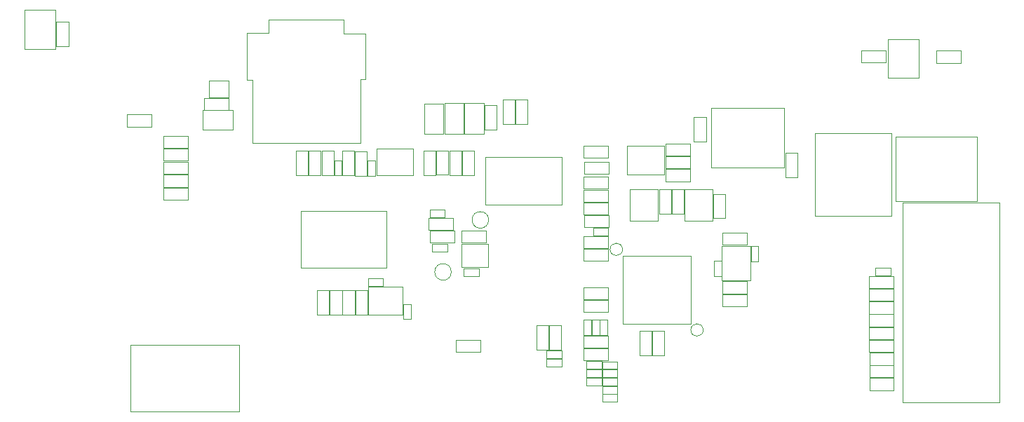
<source format=gbr>
G04 #@! TF.GenerationSoftware,KiCad,Pcbnew,8.0.0-rc1*
G04 #@! TF.CreationDate,2024-01-27T15:59:43+03:00*
G04 #@! TF.ProjectId,RP2040_minimal,52503230-3430-45f6-9d69-6e696d616c2e,REV1*
G04 #@! TF.SameCoordinates,Original*
G04 #@! TF.FileFunction,Other,User*
%FSLAX46Y46*%
G04 Gerber Fmt 4.6, Leading zero omitted, Abs format (unit mm)*
G04 Created by KiCad (PCBNEW 8.0.0-rc1) date 2024-01-27 15:59:43*
%MOMM*%
%LPD*%
G01*
G04 APERTURE LIST*
%ADD10C,0.050000*%
%ADD11C,0.100000*%
G04 APERTURE END LIST*
D10*
X182862500Y-102766000D02*
X185822500Y-102766000D01*
X182862500Y-104226000D02*
X182862500Y-102766000D01*
X185822500Y-102766000D02*
X185822500Y-104226000D01*
X185822500Y-104226000D02*
X182862500Y-104226000D01*
X177132500Y-122511000D02*
X178592500Y-122511000D01*
X177132500Y-125471000D02*
X177132500Y-122511000D01*
X178592500Y-122511000D02*
X178592500Y-125471000D01*
X178592500Y-125471000D02*
X177132500Y-125471000D01*
X174592500Y-95266000D02*
X176052500Y-95266000D01*
X174592500Y-98226000D02*
X174592500Y-95266000D01*
X176052500Y-95266000D02*
X176052500Y-98226000D01*
X176052500Y-98226000D02*
X174592500Y-98226000D01*
X191092500Y-123231000D02*
X192552500Y-123231000D01*
X191092500Y-126191000D02*
X191092500Y-123231000D01*
X192552500Y-123231000D02*
X192552500Y-126191000D01*
X192552500Y-126191000D02*
X191092500Y-126191000D01*
X217317500Y-125846000D02*
X220277500Y-125846000D01*
X217317500Y-127306000D02*
X217317500Y-125846000D01*
X220277500Y-125846000D02*
X220277500Y-127306000D01*
X220277500Y-127306000D02*
X217317500Y-127306000D01*
X185092500Y-127866000D02*
X186912500Y-127866000D01*
X185092500Y-128786000D02*
X185092500Y-127866000D01*
X186912500Y-127866000D02*
X186912500Y-128786000D01*
X186912500Y-128786000D02*
X185092500Y-128786000D01*
X192724000Y-102126000D02*
X195684000Y-102126000D01*
X192724000Y-103586000D02*
X192724000Y-102126000D01*
X195684000Y-102126000D02*
X195684000Y-103586000D01*
X195684000Y-103586000D02*
X192724000Y-103586000D01*
X149642500Y-101471000D02*
X151102500Y-101471000D01*
X149642500Y-104431000D02*
X149642500Y-101471000D01*
X151102500Y-101471000D02*
X151102500Y-104431000D01*
X151102500Y-104431000D02*
X149642500Y-104431000D01*
X132082500Y-101196000D02*
X135042500Y-101196000D01*
X132082500Y-102656000D02*
X132082500Y-101196000D01*
X135042500Y-101196000D02*
X135042500Y-102656000D01*
X135042500Y-102656000D02*
X132082500Y-102656000D01*
X164242500Y-108546000D02*
X166062500Y-108546000D01*
X164242500Y-109466000D02*
X164242500Y-108546000D01*
X166062500Y-108546000D02*
X166062500Y-109466000D01*
X166062500Y-109466000D02*
X164242500Y-109466000D01*
X192724000Y-103666000D02*
X195684000Y-103666000D01*
X192724000Y-105126000D02*
X192724000Y-103666000D01*
X195684000Y-103666000D02*
X195684000Y-105126000D01*
X195684000Y-105126000D02*
X192724000Y-105126000D01*
X182867500Y-109206000D02*
X185827500Y-109206000D01*
X182867500Y-110666000D02*
X182867500Y-109206000D01*
X185827500Y-109206000D02*
X185827500Y-110666000D01*
X185827500Y-110666000D02*
X182867500Y-110666000D01*
D11*
X221375109Y-107681000D02*
X233029109Y-107681000D01*
X221375109Y-131856000D02*
X221375109Y-107681000D01*
X233029109Y-107681000D02*
X233029109Y-131856000D01*
X233029109Y-131856000D02*
X221375109Y-131856000D01*
D10*
X132092500Y-104346000D02*
X135052500Y-104346000D01*
X132092500Y-105806000D02*
X132092500Y-104346000D01*
X135052500Y-104346000D02*
X135052500Y-105806000D01*
X135052500Y-105806000D02*
X132092500Y-105806000D01*
X185072500Y-128846000D02*
X186892500Y-128846000D01*
X185072500Y-129766000D02*
X185072500Y-128846000D01*
X186892500Y-128846000D02*
X186892500Y-129766000D01*
X186892500Y-129766000D02*
X185072500Y-129766000D01*
X199572500Y-117226000D02*
X202532500Y-117226000D01*
X199572500Y-118686000D02*
X199572500Y-117226000D01*
X202532500Y-117226000D02*
X202532500Y-118686000D01*
X202532500Y-118686000D02*
X199572500Y-118686000D01*
X187520000Y-113352500D02*
G75*
G02*
X186020000Y-113352500I-750000J0D01*
G01*
X186020000Y-113352500D02*
G75*
G02*
X187520000Y-113352500I750000J0D01*
G01*
X132087500Y-102806000D02*
X135047500Y-102806000D01*
X132087500Y-104266000D02*
X132087500Y-102806000D01*
X135047500Y-102806000D02*
X135047500Y-104266000D01*
X135047500Y-104266000D02*
X132087500Y-104266000D01*
X217282500Y-118136000D02*
X220242500Y-118136000D01*
X217282500Y-119596000D02*
X217282500Y-118136000D01*
X220242500Y-118136000D02*
X220242500Y-119596000D01*
X220242500Y-119596000D02*
X217282500Y-119596000D01*
X207162500Y-101716000D02*
X208622500Y-101716000D01*
X207162500Y-104676000D02*
X207162500Y-101716000D01*
X208622500Y-101716000D02*
X208622500Y-104676000D01*
X208622500Y-104676000D02*
X207162500Y-104676000D01*
X148652500Y-108706000D02*
X148652500Y-115606000D01*
X148652500Y-108706000D02*
X159052500Y-108706000D01*
X148652500Y-115606000D02*
X159052500Y-115606000D01*
X159052500Y-108706000D02*
X159052500Y-115606000D01*
X216372500Y-89351000D02*
X219332500Y-89351000D01*
X216372500Y-90811000D02*
X216372500Y-89351000D01*
X219332500Y-89351000D02*
X219332500Y-90811000D01*
X219332500Y-90811000D02*
X216372500Y-90811000D01*
X166012500Y-95711000D02*
X168312500Y-95711000D01*
X166012500Y-99411000D02*
X166012500Y-95711000D01*
X168312500Y-95711000D02*
X168312500Y-99411000D01*
X168312500Y-99411000D02*
X166012500Y-99411000D01*
X189567500Y-123231000D02*
X191027500Y-123231000D01*
X189567500Y-126191000D02*
X189567500Y-123231000D01*
X191027500Y-123231000D02*
X191027500Y-126191000D01*
X191027500Y-126191000D02*
X189567500Y-126191000D01*
X182847500Y-117946000D02*
X185807500Y-117946000D01*
X182847500Y-119406000D02*
X182847500Y-117946000D01*
X185807500Y-117946000D02*
X185807500Y-119406000D01*
X185807500Y-119406000D02*
X182847500Y-119406000D01*
X220522500Y-99706000D02*
X230322500Y-99706000D01*
X220522500Y-107506000D02*
X220522500Y-99706000D01*
X230322500Y-99706000D02*
X230322500Y-107506000D01*
X230322500Y-107506000D02*
X220522500Y-107506000D01*
D11*
X157812500Y-101171000D02*
X162212500Y-101171000D01*
X157812500Y-104421000D02*
X157812500Y-101171000D01*
X162212500Y-101171000D02*
X162212500Y-104421000D01*
X162212500Y-104421000D02*
X157812500Y-104421000D01*
D10*
X187520000Y-114102500D02*
X187520000Y-122342500D01*
X187520000Y-122342500D02*
X195760000Y-122342500D01*
X195760000Y-114102500D02*
X187520000Y-114102500D01*
X195760000Y-122342500D02*
X195760000Y-114102500D01*
X217317500Y-128906000D02*
X220277500Y-128906000D01*
X217317500Y-130366000D02*
X217317500Y-128906000D01*
X220277500Y-128906000D02*
X220277500Y-130366000D01*
X220277500Y-130366000D02*
X217317500Y-130366000D01*
X193482500Y-106086000D02*
X194942500Y-106086000D01*
X193482500Y-109046000D02*
X193482500Y-106086000D01*
X194942500Y-106086000D02*
X194942500Y-109046000D01*
X194942500Y-109046000D02*
X193482500Y-109046000D01*
X152192500Y-118306000D02*
X153652500Y-118306000D01*
X152192500Y-121266000D02*
X152192500Y-118306000D01*
X153652500Y-118306000D02*
X153652500Y-121266000D01*
X153652500Y-121266000D02*
X152192500Y-121266000D01*
X217242500Y-116576000D02*
X220202500Y-116576000D01*
X217242500Y-118036000D02*
X217242500Y-116576000D01*
X220202500Y-116576000D02*
X220202500Y-118036000D01*
X220202500Y-118036000D02*
X217242500Y-118036000D01*
X217302500Y-124286000D02*
X220262500Y-124286000D01*
X217302500Y-125746000D02*
X217302500Y-124286000D01*
X220262500Y-124286000D02*
X220262500Y-125746000D01*
X220262500Y-125746000D02*
X217302500Y-125746000D01*
X183176500Y-127888500D02*
X184996500Y-127888500D01*
X183176500Y-128808500D02*
X183176500Y-127888500D01*
X184996500Y-127888500D02*
X184996500Y-128808500D01*
X184996500Y-128808500D02*
X183176500Y-128808500D01*
X164242500Y-111106000D02*
X167202500Y-111106000D01*
X164242500Y-112566000D02*
X164242500Y-111106000D01*
X167202500Y-111106000D02*
X167202500Y-112566000D01*
X167202500Y-112566000D02*
X164242500Y-112566000D01*
X203012500Y-112956000D02*
X203932500Y-112956000D01*
X203012500Y-114776000D02*
X203012500Y-112956000D01*
X203932500Y-112956000D02*
X203932500Y-114776000D01*
X203932500Y-114776000D02*
X203012500Y-114776000D01*
X183987500Y-110756000D02*
X185807500Y-110756000D01*
X183987500Y-111676000D02*
X183987500Y-110756000D01*
X185807500Y-110756000D02*
X185807500Y-111676000D01*
X185807500Y-111676000D02*
X183987500Y-111676000D01*
X166852500Y-116076000D02*
G75*
G02*
X164852500Y-116076000I-1000000J0D01*
G01*
X164852500Y-116076000D02*
G75*
G02*
X166852500Y-116076000I1000000J0D01*
G01*
X137567500Y-92986000D02*
X140007500Y-92986000D01*
X137567500Y-94986000D02*
X137567500Y-92986000D01*
X140007500Y-92986000D02*
X140007500Y-94986000D01*
X140007500Y-94986000D02*
X137567500Y-94986000D01*
X156772500Y-102636000D02*
X157692500Y-102636000D01*
X156772500Y-104456000D02*
X156772500Y-102636000D01*
X157692500Y-102636000D02*
X157692500Y-104456000D01*
X157692500Y-104456000D02*
X156772500Y-104456000D01*
X217317500Y-127366000D02*
X220277500Y-127366000D01*
X217317500Y-128826000D02*
X217317500Y-127366000D01*
X220277500Y-127366000D02*
X220277500Y-128826000D01*
X220277500Y-128826000D02*
X217317500Y-128826000D01*
X156802500Y-117856000D02*
X156802500Y-121256000D01*
X156802500Y-121256000D02*
X161002500Y-121256000D01*
X161002500Y-117856000D02*
X156802500Y-117856000D01*
X161002500Y-121256000D02*
X161002500Y-117856000D01*
X156782500Y-116836000D02*
X158602500Y-116836000D01*
X156782500Y-117756000D02*
X156782500Y-116836000D01*
X158602500Y-116836000D02*
X158602500Y-117756000D01*
X158602500Y-117756000D02*
X156782500Y-117756000D01*
X166602500Y-101406000D02*
X168062500Y-101406000D01*
X166602500Y-104366000D02*
X166602500Y-101406000D01*
X168062500Y-101406000D02*
X168062500Y-104366000D01*
X168062500Y-104366000D02*
X166602500Y-104366000D01*
X188412500Y-106086000D02*
X188412500Y-109926000D01*
X188412500Y-109926000D02*
X191812500Y-109926000D01*
X191812500Y-106086000D02*
X188412500Y-106086000D01*
X191812500Y-109926000D02*
X191812500Y-106086000D01*
X165042500Y-101396000D02*
X166502500Y-101396000D01*
X165042500Y-104356000D02*
X165042500Y-101396000D01*
X166502500Y-101396000D02*
X166502500Y-104356000D01*
X166502500Y-104356000D02*
X165042500Y-104356000D01*
D11*
X210722500Y-99296000D02*
X220022500Y-99296000D01*
X210722500Y-109296000D02*
X210722500Y-99296000D01*
X220022500Y-99296000D02*
X220022500Y-109296000D01*
X220022500Y-109296000D02*
X210722500Y-109296000D01*
D10*
X168452500Y-95701000D02*
X170752500Y-95701000D01*
X168452500Y-99401000D02*
X168452500Y-95701000D01*
X170752500Y-95701000D02*
X170752500Y-99401000D01*
X170752500Y-99401000D02*
X168452500Y-99401000D01*
X151192500Y-101466000D02*
X152652500Y-101466000D01*
X151192500Y-104426000D02*
X151192500Y-101466000D01*
X152652500Y-101466000D02*
X152652500Y-104426000D01*
X152652500Y-104426000D02*
X151192500Y-104426000D01*
X155212500Y-101496000D02*
X156672500Y-101496000D01*
X155212500Y-104456000D02*
X155212500Y-101496000D01*
X156672500Y-101496000D02*
X156672500Y-104456000D01*
X156672500Y-104456000D02*
X155212500Y-104456000D01*
X199532500Y-112936000D02*
X199532500Y-117136000D01*
X199532500Y-117136000D02*
X202932500Y-117136000D01*
X202932500Y-112936000D02*
X199532500Y-112936000D01*
X202932500Y-117136000D02*
X202932500Y-112936000D01*
X183162500Y-126876000D02*
X184982500Y-126876000D01*
X183162500Y-127796000D02*
X183162500Y-126876000D01*
X184982500Y-126876000D02*
X184982500Y-127796000D01*
X184982500Y-127796000D02*
X183162500Y-127796000D01*
X153722500Y-118291000D02*
X155182500Y-118291000D01*
X153722500Y-121251000D02*
X153722500Y-118291000D01*
X155182500Y-118291000D02*
X155182500Y-121251000D01*
X155182500Y-121251000D02*
X153722500Y-121251000D01*
X182830000Y-121880000D02*
X183750000Y-121880000D01*
X182830000Y-123700000D02*
X182830000Y-121880000D01*
X183750000Y-121880000D02*
X183750000Y-123700000D01*
X183750000Y-123700000D02*
X182830000Y-123700000D01*
X188061500Y-100841000D02*
X192551500Y-100841000D01*
X192551500Y-104331000D01*
X188061500Y-104331000D01*
X188061500Y-100841000D01*
X178312500Y-125536000D02*
X180172500Y-125536000D01*
X178312500Y-126476000D02*
X178312500Y-125536000D01*
X180172500Y-125536000D02*
X180172500Y-126476000D01*
X180172500Y-126476000D02*
X178312500Y-126476000D01*
X163512500Y-101426000D02*
X164972500Y-101426000D01*
X163512500Y-104386000D02*
X163512500Y-101426000D01*
X164972500Y-101426000D02*
X164972500Y-104386000D01*
X164972500Y-104386000D02*
X163512500Y-104386000D01*
X168072500Y-112726000D02*
X168072500Y-115526000D01*
X168072500Y-112726000D02*
X171272500Y-112726000D01*
X168072500Y-115526000D02*
X171272500Y-115526000D01*
X171272500Y-115526000D02*
X171272500Y-112726000D01*
X183192500Y-128866000D02*
X185012500Y-128866000D01*
X183192500Y-129786000D02*
X183192500Y-128866000D01*
X185012500Y-128866000D02*
X185012500Y-129786000D01*
X185012500Y-129786000D02*
X183192500Y-129786000D01*
X198542500Y-114746000D02*
X199462500Y-114746000D01*
X198542500Y-116566000D02*
X198542500Y-114746000D01*
X199462500Y-114746000D02*
X199462500Y-116566000D01*
X199462500Y-116566000D02*
X198542500Y-116566000D01*
X182820000Y-123770000D02*
X185780000Y-123770000D01*
X182820000Y-125230000D02*
X182820000Y-123770000D01*
X185780000Y-123770000D02*
X185780000Y-125230000D01*
X185780000Y-125230000D02*
X182820000Y-125230000D01*
X185092500Y-126886000D02*
X186912500Y-126886000D01*
X185092500Y-127806000D02*
X185092500Y-126886000D01*
X186912500Y-126886000D02*
X186912500Y-127806000D01*
X186912500Y-127806000D02*
X185092500Y-127806000D01*
X217292500Y-119666000D02*
X220252500Y-119666000D01*
X217292500Y-121126000D02*
X217292500Y-119666000D01*
X220252500Y-119666000D02*
X220252500Y-121126000D01*
X220252500Y-121126000D02*
X217292500Y-121126000D01*
X148082500Y-101476000D02*
X149542500Y-101476000D01*
X148082500Y-104436000D02*
X148082500Y-101476000D01*
X149542500Y-101476000D02*
X149542500Y-104436000D01*
X149542500Y-104436000D02*
X148082500Y-104436000D01*
X152722500Y-102596000D02*
X153642500Y-102596000D01*
X152722500Y-104416000D02*
X152722500Y-102596000D01*
X153642500Y-102596000D02*
X153642500Y-104416000D01*
X153642500Y-104416000D02*
X152722500Y-104416000D01*
X182857500Y-111736000D02*
X185817500Y-111736000D01*
X182857500Y-113196000D02*
X182857500Y-111736000D01*
X185817500Y-111736000D02*
X185817500Y-113196000D01*
X185817500Y-113196000D02*
X182857500Y-113196000D01*
X217297500Y-121206000D02*
X220257500Y-121206000D01*
X217297500Y-122666000D02*
X217297500Y-121206000D01*
X220257500Y-121206000D02*
X220257500Y-122666000D01*
X220257500Y-122666000D02*
X217297500Y-122666000D01*
X182857500Y-107676000D02*
X185817500Y-107676000D01*
X182857500Y-109136000D02*
X182857500Y-107676000D01*
X185817500Y-107676000D02*
X185817500Y-109136000D01*
X185817500Y-109136000D02*
X182857500Y-109136000D01*
X182800000Y-125290000D02*
X185760000Y-125290000D01*
X182800000Y-126750000D02*
X182800000Y-125290000D01*
X185760000Y-125290000D02*
X185760000Y-126750000D01*
X185760000Y-126750000D02*
X182800000Y-126750000D01*
X150652500Y-118321000D02*
X152112500Y-118321000D01*
X150652500Y-121281000D02*
X150652500Y-118321000D01*
X152112500Y-118321000D02*
X152112500Y-121281000D01*
X152112500Y-121281000D02*
X150652500Y-121281000D01*
X182847500Y-104566000D02*
X185807500Y-104566000D01*
X182847500Y-106026000D02*
X182847500Y-104566000D01*
X185807500Y-104566000D02*
X185807500Y-106026000D01*
X185807500Y-106026000D02*
X182847500Y-106026000D01*
X127672500Y-97076000D02*
X130632500Y-97076000D01*
X127672500Y-98536000D02*
X127672500Y-97076000D01*
X130632500Y-97076000D02*
X130632500Y-98536000D01*
X130632500Y-98536000D02*
X127672500Y-98536000D01*
X168162500Y-101406000D02*
X169622500Y-101406000D01*
X168162500Y-104366000D02*
X168162500Y-101406000D01*
X169622500Y-101406000D02*
X169622500Y-104366000D01*
X169622500Y-104366000D02*
X168162500Y-104366000D01*
X191922500Y-106086000D02*
X193382500Y-106086000D01*
X191922500Y-109046000D02*
X191922500Y-106086000D01*
X193382500Y-106086000D02*
X193382500Y-109046000D01*
X193382500Y-109046000D02*
X191922500Y-109046000D01*
X173062500Y-95266000D02*
X174522500Y-95266000D01*
X173062500Y-98226000D02*
X173062500Y-95266000D01*
X174522500Y-95266000D02*
X174522500Y-98226000D01*
X174522500Y-98226000D02*
X173062500Y-98226000D01*
X119182500Y-85846000D02*
X120642500Y-85846000D01*
X119182500Y-88806000D02*
X119182500Y-85846000D01*
X120642500Y-85846000D02*
X120642500Y-88806000D01*
X120642500Y-88806000D02*
X119182500Y-88806000D01*
X168312500Y-115626000D02*
X170172500Y-115626000D01*
X168312500Y-116566000D02*
X168312500Y-115626000D01*
X170172500Y-115626000D02*
X170172500Y-116566000D01*
X170172500Y-116566000D02*
X168312500Y-116566000D01*
X217312500Y-122746000D02*
X220272500Y-122746000D01*
X217312500Y-124206000D02*
X217312500Y-122746000D01*
X220272500Y-122746000D02*
X220272500Y-124206000D01*
X220272500Y-124206000D02*
X217312500Y-124206000D01*
X198472500Y-106646000D02*
X199932500Y-106646000D01*
X198472500Y-109606000D02*
X198472500Y-106646000D01*
X199932500Y-106646000D02*
X199932500Y-109606000D01*
X199932500Y-109606000D02*
X198472500Y-109606000D01*
X195002500Y-106088500D02*
X195002500Y-109928500D01*
X195002500Y-109928500D02*
X198402500Y-109928500D01*
X198402500Y-106088500D02*
X195002500Y-106088500D01*
X198402500Y-109928500D02*
X198402500Y-106088500D01*
X178292500Y-126546000D02*
X180152500Y-126546000D01*
X178292500Y-127486000D02*
X178292500Y-126546000D01*
X180152500Y-126546000D02*
X180152500Y-127486000D01*
X180152500Y-127486000D02*
X178292500Y-127486000D01*
X184800000Y-121870000D02*
X185720000Y-121870000D01*
X184800000Y-123690000D02*
X184800000Y-121870000D01*
X185720000Y-121870000D02*
X185720000Y-123690000D01*
X185720000Y-123690000D02*
X184800000Y-123690000D01*
X115342500Y-89121000D02*
X119102500Y-89121000D01*
X119102500Y-84426000D01*
X115342500Y-84426000D01*
X115342500Y-89121000D01*
X199552500Y-118756000D02*
X202512500Y-118756000D01*
X199552500Y-120216000D02*
X199552500Y-118756000D01*
X202512500Y-118756000D02*
X202512500Y-120216000D01*
X202512500Y-120216000D02*
X199552500Y-120216000D01*
X132092500Y-99626000D02*
X135052500Y-99626000D01*
X132092500Y-101086000D02*
X132092500Y-99626000D01*
X135052500Y-99626000D02*
X135052500Y-101086000D01*
X135052500Y-101086000D02*
X132092500Y-101086000D01*
X198242500Y-96286000D02*
X198242500Y-103486000D01*
X198242500Y-103486000D02*
X207042500Y-103486000D01*
X207042500Y-96286000D02*
X198242500Y-96286000D01*
X207042500Y-103486000D02*
X207042500Y-96286000D01*
X128102500Y-124876000D02*
X128102500Y-132964000D01*
X128102500Y-132964000D02*
X141262500Y-132964000D01*
X141262500Y-124876000D02*
X128102500Y-124876000D01*
X141262500Y-132964000D02*
X141262500Y-124876000D01*
X218062500Y-115576000D02*
X219922500Y-115576000D01*
X218062500Y-116516000D02*
X218062500Y-115576000D01*
X219922500Y-115576000D02*
X219922500Y-116516000D01*
X219922500Y-116516000D02*
X218062500Y-116516000D01*
X136802500Y-96566000D02*
X140502500Y-96566000D01*
X136802500Y-98866000D02*
X136802500Y-96566000D01*
X140502500Y-96566000D02*
X140502500Y-98866000D01*
X140502500Y-98866000D02*
X136802500Y-98866000D01*
X182857500Y-113286000D02*
X185817500Y-113286000D01*
X182857500Y-114746000D02*
X182857500Y-113286000D01*
X185817500Y-113286000D02*
X185817500Y-114746000D01*
X185817500Y-114746000D02*
X182857500Y-114746000D01*
X164142500Y-109536000D02*
X167102500Y-109536000D01*
X164142500Y-110996000D02*
X164142500Y-109536000D01*
X167102500Y-109536000D02*
X167102500Y-110996000D01*
X167102500Y-110996000D02*
X164142500Y-110996000D01*
X142192500Y-92876000D02*
X142192500Y-87226000D01*
X142192500Y-92876000D02*
X142822500Y-92876000D01*
X142812500Y-100486000D02*
X142822500Y-92876000D01*
X142812500Y-100486000D02*
X155852500Y-100486000D01*
X144792500Y-85586000D02*
X153892500Y-85586000D01*
X144792500Y-87226000D02*
X142192500Y-87226000D01*
X144792500Y-87226000D02*
X144792500Y-85586000D01*
X153892500Y-87296000D02*
X153892500Y-85586000D01*
X155852500Y-100486000D02*
X155862500Y-92816000D01*
X155862500Y-92816000D02*
X156492500Y-92816000D01*
X156492500Y-87296000D02*
X153892500Y-87296000D01*
X156492500Y-92816000D02*
X156492500Y-87296000D01*
X161092500Y-119976000D02*
X162012500Y-119976000D01*
X161092500Y-121796000D02*
X161092500Y-119976000D01*
X162012500Y-119976000D02*
X162012500Y-121796000D01*
X162012500Y-121796000D02*
X161092500Y-121796000D01*
X185062500Y-129866000D02*
X186882500Y-129866000D01*
X185062500Y-130786000D02*
X185062500Y-129866000D01*
X186882500Y-129866000D02*
X186882500Y-130786000D01*
X186882500Y-130786000D02*
X185062500Y-130786000D01*
X225372500Y-89356000D02*
X228332500Y-89356000D01*
X225372500Y-90816000D02*
X225372500Y-89356000D01*
X228332500Y-89356000D02*
X228332500Y-90816000D01*
X228332500Y-90816000D02*
X225372500Y-90816000D01*
X196142500Y-97336000D02*
X197602500Y-97336000D01*
X196142500Y-100296000D02*
X196142500Y-97336000D01*
X197602500Y-97336000D02*
X197602500Y-100296000D01*
X197602500Y-100296000D02*
X196142500Y-100296000D01*
X153702500Y-101471000D02*
X155162500Y-101471000D01*
X153702500Y-104431000D02*
X153702500Y-101471000D01*
X155162500Y-101471000D02*
X155162500Y-104431000D01*
X155162500Y-104431000D02*
X153702500Y-104431000D01*
X182842500Y-106146000D02*
X185802500Y-106146000D01*
X182842500Y-107606000D02*
X182842500Y-106146000D01*
X185802500Y-106146000D02*
X185802500Y-107606000D01*
X185802500Y-107606000D02*
X182842500Y-107606000D01*
X182847500Y-119466000D02*
X185807500Y-119466000D01*
X182847500Y-120926000D02*
X182847500Y-119466000D01*
X185807500Y-119466000D02*
X185807500Y-120926000D01*
X185807500Y-120926000D02*
X182847500Y-120926000D01*
X155262500Y-118281000D02*
X156722500Y-118281000D01*
X155262500Y-121241000D02*
X155262500Y-118281000D01*
X156722500Y-118281000D02*
X156722500Y-121241000D01*
X156722500Y-121241000D02*
X155262500Y-121241000D01*
X192724000Y-100576000D02*
X195684000Y-100576000D01*
X192724000Y-102036000D02*
X192724000Y-100576000D01*
X195684000Y-100576000D02*
X195684000Y-102036000D01*
X195684000Y-102036000D02*
X192724000Y-102036000D01*
X164512500Y-112676000D02*
X166372500Y-112676000D01*
X164512500Y-113616000D02*
X164512500Y-112676000D01*
X166372500Y-112676000D02*
X166372500Y-113616000D01*
X166372500Y-113616000D02*
X164512500Y-113616000D01*
X137037500Y-95056000D02*
X139997500Y-95056000D01*
X137037500Y-96516000D02*
X137037500Y-95056000D01*
X139997500Y-95056000D02*
X139997500Y-96516000D01*
X139997500Y-96516000D02*
X137037500Y-96516000D01*
X170842500Y-95946000D02*
X172302500Y-95946000D01*
X170842500Y-98906000D02*
X170842500Y-95946000D01*
X172302500Y-95946000D02*
X172302500Y-98906000D01*
X172302500Y-98906000D02*
X170842500Y-98906000D01*
X185072500Y-130846000D02*
X186892500Y-130846000D01*
X185072500Y-131766000D02*
X185072500Y-130846000D01*
X186892500Y-130846000D02*
X186892500Y-131766000D01*
X186892500Y-131766000D02*
X185072500Y-131766000D01*
X132082500Y-105916000D02*
X135042500Y-105916000D01*
X132082500Y-107376000D02*
X132082500Y-105916000D01*
X135042500Y-105916000D02*
X135042500Y-107376000D01*
X135042500Y-107376000D02*
X132082500Y-107376000D01*
X168060000Y-111086000D02*
X171020000Y-111086000D01*
X168060000Y-112546000D02*
X168060000Y-111086000D01*
X171020000Y-111086000D02*
X171020000Y-112546000D01*
X171020000Y-112546000D02*
X168060000Y-112546000D01*
X182847500Y-100806000D02*
X185807500Y-100806000D01*
X182847500Y-102266000D02*
X182847500Y-100806000D01*
X185807500Y-100806000D02*
X185807500Y-102266000D01*
X185807500Y-102266000D02*
X182847500Y-102266000D01*
X163602500Y-95741000D02*
X165902500Y-95741000D01*
X163602500Y-99441000D02*
X163602500Y-95741000D01*
X165902500Y-95741000D02*
X165902500Y-99441000D01*
X165902500Y-99441000D02*
X163602500Y-99441000D01*
X171362500Y-109796000D02*
G75*
G02*
X169362500Y-109796000I-1000000J0D01*
G01*
X169362500Y-109796000D02*
G75*
G02*
X171362500Y-109796000I1000000J0D01*
G01*
X219522500Y-92641000D02*
X223282500Y-92641000D01*
X223282500Y-87946000D01*
X219522500Y-87946000D01*
X219522500Y-92641000D01*
X197260000Y-123092500D02*
G75*
G02*
X195760000Y-123092500I-750000J0D01*
G01*
X195760000Y-123092500D02*
G75*
G02*
X197260000Y-123092500I750000J0D01*
G01*
X178682500Y-122486000D02*
X180142500Y-122486000D01*
X178682500Y-125446000D02*
X178682500Y-122486000D01*
X180142500Y-122486000D02*
X180142500Y-125446000D01*
X180142500Y-125446000D02*
X178682500Y-125446000D01*
X199592500Y-111326000D02*
X202552500Y-111326000D01*
X199592500Y-112786000D02*
X199592500Y-111326000D01*
X202552500Y-111326000D02*
X202552500Y-112786000D01*
X202552500Y-112786000D02*
X199592500Y-112786000D01*
X170922500Y-102236000D02*
X170922500Y-107956000D01*
X170922500Y-107956000D02*
X180222500Y-107956000D01*
X180222500Y-102236000D02*
X170922500Y-102236000D01*
X180222500Y-107956000D02*
X180222500Y-102236000D01*
X183810000Y-121880000D02*
X184730000Y-121880000D01*
X183810000Y-123700000D02*
X183810000Y-121880000D01*
X184730000Y-121880000D02*
X184730000Y-123700000D01*
X184730000Y-123700000D02*
X183810000Y-123700000D01*
X167392500Y-124266000D02*
X170352500Y-124266000D01*
X167392500Y-125726000D02*
X167392500Y-124266000D01*
X170352500Y-124266000D02*
X170352500Y-125726000D01*
X170352500Y-125726000D02*
X167392500Y-125726000D01*
M02*

</source>
